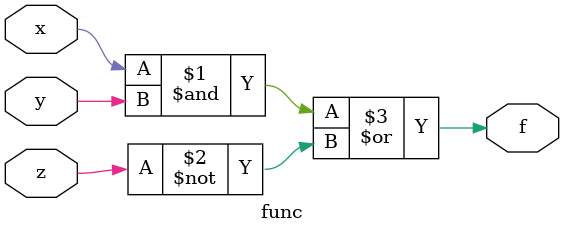
<source format=v>
module func(
    f,
    x,
    y,
    z
);
  
  input wire x,y,z;
  output wire f;
  
  assign f = (x & y) | (~z);
  
endmodule



</source>
